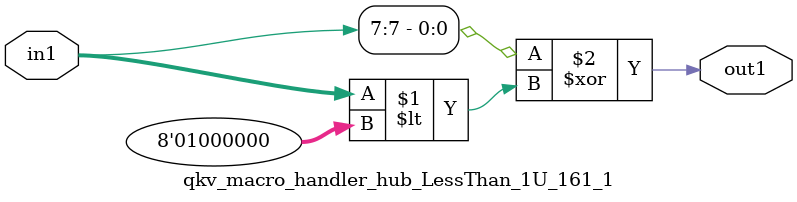
<source format=v>

`timescale 1ps / 1ps


module qkv_macro_handler_hub_LessThan_1U_161_1( in1, out1 );

    input [7:0] in1;
    output out1;

    
    // rtl_process:qkv_macro_handler_hub_LessThan_1U_161_1/qkv_macro_handler_hub_LessThan_1U_161_1_thread_1
    assign out1 = (in1[7] ^ in1 < 8'd064);

endmodule


</source>
